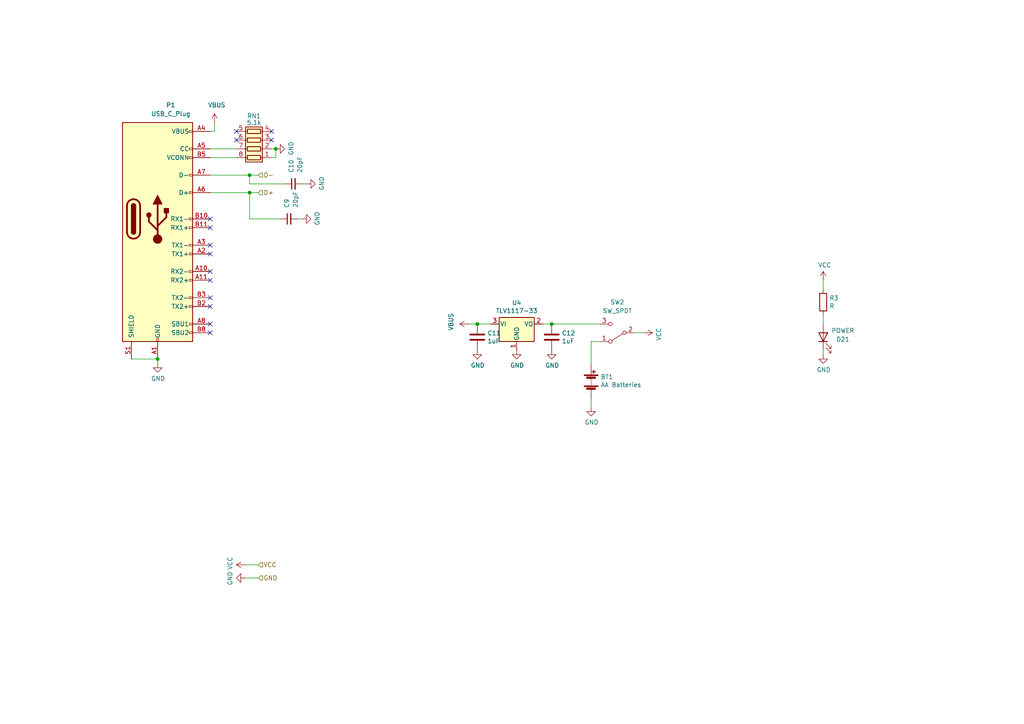
<source format=kicad_sch>
(kicad_sch (version 20210126) (generator eeschema)
  (paper "A4")
  (lib_symbols
    (symbol "Connector:USB_C_Plug" (pin_names (offset 1.016))
      (property "Reference" "P" (at -10.16 29.21 0))
      (property "Value" "USB_C_Plug" (at 10.16 29.21 0))
      (symbol "USB_C_Plug_0_0"
        (rectangle (start -0.254 -35.56) (end 0.254 -34.544))
        (rectangle (start 10.16 -32.766) (end 9.144 -33.274))
        (rectangle (start 10.16 -30.226) (end 9.144 -30.734))
        (rectangle (start 10.16 -25.146) (end 9.144 -25.654))
        (rectangle (start 10.16 -22.606) (end 9.144 -23.114))
        (rectangle (start 10.16 -17.526) (end 9.144 -18.034))
        (rectangle (start 10.16 -14.986) (end 9.144 -15.494))
        (rectangle (start 10.16 -9.906) (end 9.144 -10.414))
        (rectangle (start 10.16 -7.366) (end 9.144 -7.874))
        (rectangle (start 10.16 -2.286) (end 9.144 -2.794))
        (rectangle (start 10.16 0.254) (end 9.144 -0.254))
        (rectangle (start 10.16 7.874) (end 9.144 7.366))
        (rectangle (start 10.16 12.954) (end 9.144 12.446))
        (rectangle (start 10.16 18.034) (end 9.144 17.526))
        (rectangle (start 10.16 20.574) (end 9.144 20.066))
        (rectangle (start 10.16 25.654) (end 9.144 25.146))
      )
      (symbol "USB_C_Plug_0_1"
        (arc (start -7.62 -3.81) (end -6.35 -3.81) (radius (at -6.985 -3.81) (length 0.635) (angles -179.9 -0.1)) (stroke (width 0.254)) (fill (type outline)))
        (arc (start -8.89 -3.81) (end -5.08 -3.81) (radius (at -6.985 -3.81) (length 1.905) (angles -179.9 -0.1)) (stroke (width 0.508)))
        (arc (start -7.62 -3.81) (end -6.35 -3.81) (radius (at -6.985 -3.81) (length 0.635) (angles -179.9 -0.1)) (stroke (width 0.254)))
        (arc (start -5.08 3.81) (end -8.89 3.81) (radius (at -6.985 3.81) (length 1.905) (angles 0.1 179.9)) (stroke (width 0.508)))
        (arc (start -6.35 3.81) (end -7.62 3.81) (radius (at -6.985 3.81) (length 0.635) (angles 0.1 179.9)) (stroke (width 0.254)) (fill (type outline)))
        (arc (start -6.35 3.81) (end -7.62 3.81) (radius (at -6.985 3.81) (length 0.635) (angles 0.1 179.9)) (stroke (width 0.254)))
        (rectangle (start -10.16 27.94) (end 10.16 -35.56) (stroke (width 0.254)) (fill (type background)))
        (rectangle (start -7.62 -3.81) (end -6.35 3.81) (stroke (width 0.254)) (fill (type outline)))
        (polyline (pts (xy -8.89 -3.81) (xy -8.89 3.81)) (stroke (width 0.508)))
        (polyline (pts (xy -5.08 3.81) (xy -5.08 -3.81)) (stroke (width 0.508)))
      )
      (symbol "USB_C_Plug_1_1"
        (circle (center -2.54 1.143) (radius 0.635) (stroke (width 0.254)) (fill (type outline)))
        (circle (center 0 -5.842) (radius 1.27) (fill (type outline)))
        (rectangle (start 1.905 1.778) (end 3.175 3.048) (stroke (width 0.254)) (fill (type outline)))
        (polyline (pts (xy 0 -5.842) (xy 0 4.318)) (stroke (width 0.508)))
        (polyline (pts (xy 0 -3.302) (xy -2.54 -0.762) (xy -2.54 0.508)) (stroke (width 0.508)))
        (polyline (pts (xy 0 -2.032) (xy 2.54 0.508) (xy 2.54 1.778)) (stroke (width 0.508)))
        (polyline (pts (xy -1.27 4.318) (xy 0 6.858) (xy 1.27 4.318) (xy -1.27 4.318)) (stroke (width 0.254)) (fill (type outline)))
        (pin passive line (at 0 -40.64 90) (length 5.08) (name "GND") (number "A1"))
        (pin bidirectional line (at 15.24 -15.24 180) (length 5.08) (name "RX2-") (number "A10"))
        (pin bidirectional line (at 15.24 -17.78 180) (length 5.08) (name "RX2+") (number "A11"))
        (pin passive line (at 0 -40.64 90) (length 5.08) hide (name "GND") (number "A12"))
        (pin bidirectional line (at 15.24 -10.16 180) (length 5.08) (name "TX1+") (number "A2"))
        (pin bidirectional line (at 15.24 -7.62 180) (length 5.08) (name "TX1-") (number "A3"))
        (pin passive line (at 15.24 25.4 180) (length 5.08) (name "VBUS") (number "A4"))
        (pin bidirectional line (at 15.24 20.32 180) (length 5.08) (name "CC") (number "A5"))
        (pin bidirectional line (at 15.24 7.62 180) (length 5.08) (name "D+") (number "A6"))
        (pin bidirectional line (at 15.24 12.7 180) (length 5.08) (name "D-") (number "A7"))
        (pin bidirectional line (at 15.24 -30.48 180) (length 5.08) (name "SBU1") (number "A8"))
        (pin passive line (at 15.24 25.4 180) (length 5.08) hide (name "VBUS") (number "A9"))
        (pin passive line (at 0 -40.64 90) (length 5.08) hide (name "GND") (number "B1"))
        (pin bidirectional line (at 15.24 0 180) (length 5.08) (name "RX1-") (number "B10"))
        (pin bidirectional line (at 15.24 -2.54 180) (length 5.08) (name "RX1+") (number "B11"))
        (pin passive line (at 0 -40.64 90) (length 5.08) hide (name "GND") (number "B12"))
        (pin bidirectional line (at 15.24 -25.4 180) (length 5.08) (name "TX2+") (number "B2"))
        (pin bidirectional line (at 15.24 -22.86 180) (length 5.08) (name "TX2-") (number "B3"))
        (pin passive line (at 15.24 25.4 180) (length 5.08) hide (name "VBUS") (number "B4"))
        (pin bidirectional line (at 15.24 17.78 180) (length 5.08) (name "VCONN") (number "B5"))
        (pin bidirectional line (at 15.24 -33.02 180) (length 5.08) (name "SBU2") (number "B8"))
        (pin passive line (at 15.24 25.4 180) (length 5.08) hide (name "VBUS") (number "B9"))
        (pin passive line (at -7.62 -40.64 90) (length 5.08) (name "SHIELD") (number "S1"))
      )
    )
    (symbol "Device:Battery" (pin_numbers hide) (pin_names (offset 0) hide)
      (property "Reference" "BT" (at 2.54 2.54 0))
      (property "Value" "Battery" (at 2.54 0 0))
      (symbol "Battery_0_1"
        (rectangle (start -2.032 -1.397) (end 2.032 -1.651) (fill (type outline)))
        (rectangle (start -2.032 1.778) (end 2.032 1.524) (fill (type outline)))
        (rectangle (start -1.3208 -1.9812) (end 1.27 -2.4892) (fill (type outline)))
        (rectangle (start -1.3208 1.1938) (end 1.27 0.6858) (fill (type outline)))
        (polyline (pts (xy 0 -1.524) (xy 0 -1.27)))
        (polyline (pts (xy 0 -1.016) (xy 0 -0.762)))
        (polyline (pts (xy 0 -0.508) (xy 0 -0.254)))
        (polyline (pts (xy 0 0) (xy 0 0.254)))
        (polyline (pts (xy 0 0.508) (xy 0 0.762)))
        (polyline (pts (xy 0 1.778) (xy 0 2.54)))
        (polyline (pts (xy 0.254 2.667) (xy 1.27 2.667)) (stroke (width 0.254)))
        (polyline (pts (xy 0.762 3.175) (xy 0.762 2.159)) (stroke (width 0.254)))
      )
      (symbol "Battery_1_1"
        (pin passive line (at 0 5.08 270) (length 2.54) (name "+") (number "1"))
        (pin passive line (at 0 -5.08 90) (length 2.54) (name "-") (number "2"))
      )
    )
    (symbol "Device:C" (pin_numbers hide) (pin_names (offset 0.254))
      (property "Reference" "C" (at 0.635 2.54 0))
      (property "Value" "C" (at 0.635 -2.54 0))
      (symbol "C_0_1"
        (polyline (pts (xy -2.032 -0.762) (xy 2.032 -0.762)) (stroke (width 0.508)))
        (polyline (pts (xy -2.032 0.762) (xy 2.032 0.762)) (stroke (width 0.508)))
      )
      (symbol "C_1_1"
        (pin passive line (at 0 3.81 270) (length 2.794) (name "~") (number "1"))
        (pin passive line (at 0 -3.81 90) (length 2.794) (name "~") (number "2"))
      )
    )
    (symbol "Device:C_Small" (pin_numbers hide) (pin_names (offset 0.254) hide)
      (property "Reference" "C" (at 0.254 1.778 0))
      (property "Value" "C_Small" (at 0.254 -2.032 0))
      (symbol "C_Small_0_1"
        (polyline (pts (xy -1.524 -0.508) (xy 1.524 -0.508)) (stroke (width 0.3302)))
        (polyline (pts (xy -1.524 0.508) (xy 1.524 0.508)) (stroke (width 0.3048)))
      )
      (symbol "C_Small_1_1"
        (pin passive line (at 0 2.54 270) (length 2.032) (name "~") (number "1"))
        (pin passive line (at 0 -2.54 90) (length 2.032) (name "~") (number "2"))
      )
    )
    (symbol "Device:LED" (pin_numbers hide) (pin_names (offset 1.016) hide)
      (property "Reference" "D" (at 0 2.54 0))
      (property "Value" "LED" (at 0 -2.54 0))
      (symbol "LED_0_1"
        (polyline (pts (xy -1.27 -1.27) (xy -1.27 1.27)) (stroke (width 0.254)))
        (polyline (pts (xy -1.27 0) (xy 1.27 0)))
        (polyline (pts (xy 1.27 -1.27) (xy 1.27 1.27) (xy -1.27 0) (xy 1.27 -1.27)) (stroke (width 0.254)))
        (polyline (pts (xy -3.048 -0.762) (xy -4.572 -2.286) (xy -3.81 -2.286) (xy -4.572 -2.286) (xy -4.572 -1.524)))
        (polyline (pts (xy -1.778 -0.762) (xy -3.302 -2.286) (xy -2.54 -2.286) (xy -3.302 -2.286) (xy -3.302 -1.524)))
      )
      (symbol "LED_1_1"
        (pin passive line (at -3.81 0 0) (length 2.54) (name "K") (number "1"))
        (pin passive line (at 3.81 0 180) (length 2.54) (name "A") (number "2"))
      )
    )
    (symbol "Device:R" (pin_numbers hide) (pin_names (offset 0))
      (property "Reference" "R" (at 2.032 0 90))
      (property "Value" "R" (at 0 0 90))
      (symbol "R_0_1"
        (rectangle (start -1.016 -2.54) (end 1.016 2.54) (stroke (width 0.254)))
      )
      (symbol "R_1_1"
        (pin passive line (at 0 3.81 270) (length 1.27) (name "~") (number "1"))
        (pin passive line (at 0 -3.81 90) (length 1.27) (name "~") (number "2"))
      )
    )
    (symbol "Device:R_Pack04" (pin_names (offset 0) hide)
      (property "Reference" "RN" (at -7.62 0 90))
      (property "Value" "R_Pack04" (at 5.08 0 90))
      (symbol "R_Pack04_0_1"
        (rectangle (start -6.35 -2.413) (end 3.81 2.413) (stroke (width 0.254)) (fill (type background)))
        (rectangle (start -5.715 1.905) (end -4.445 -1.905) (stroke (width 0.254)))
        (rectangle (start -3.175 1.905) (end -1.905 -1.905) (stroke (width 0.254)))
        (rectangle (start -0.635 1.905) (end 0.635 -1.905) (stroke (width 0.254)))
        (rectangle (start 1.905 1.905) (end 3.175 -1.905) (stroke (width 0.254)))
        (polyline (pts (xy -5.08 -2.54) (xy -5.08 -1.905)))
        (polyline (pts (xy -5.08 1.905) (xy -5.08 2.54)))
        (polyline (pts (xy -2.54 -2.54) (xy -2.54 -1.905)))
        (polyline (pts (xy -2.54 1.905) (xy -2.54 2.54)))
        (polyline (pts (xy 0 -2.54) (xy 0 -1.905)))
        (polyline (pts (xy 0 1.905) (xy 0 2.54)))
        (polyline (pts (xy 2.54 -2.54) (xy 2.54 -1.905)))
        (polyline (pts (xy 2.54 1.905) (xy 2.54 2.54)))
      )
      (symbol "R_Pack04_1_1"
        (pin passive line (at -5.08 -5.08 90) (length 2.54) (name "R1.1") (number "1"))
        (pin passive line (at -2.54 -5.08 90) (length 2.54) (name "R2.1") (number "2"))
        (pin passive line (at 0 -5.08 90) (length 2.54) (name "R3.1") (number "3"))
        (pin passive line (at 2.54 -5.08 90) (length 2.54) (name "R4.1") (number "4"))
        (pin passive line (at 2.54 5.08 270) (length 2.54) (name "R4.2") (number "5"))
        (pin passive line (at 0 5.08 270) (length 2.54) (name "R3.2") (number "6"))
        (pin passive line (at -2.54 5.08 270) (length 2.54) (name "R2.2") (number "7"))
        (pin passive line (at -5.08 5.08 270) (length 2.54) (name "R1.2") (number "8"))
      )
    )
    (symbol "Regulator_Linear:TLV1117-33" (pin_names (offset 0.254))
      (property "Reference" "U" (at -3.81 3.175 0))
      (property "Value" "TLV1117-33" (at 0 3.175 0))
      (symbol "TLV1117-33_0_1"
        (rectangle (start -5.08 -5.08) (end 5.08 1.905) (stroke (width 0.254)) (fill (type background)))
      )
      (symbol "TLV1117-33_1_1"
        (pin power_in line (at 0 -7.62 90) (length 2.54) (name "GND") (number "1"))
        (pin power_out line (at 7.62 0 180) (length 2.54) (name "VO") (number "2"))
        (pin power_in line (at -7.62 0 0) (length 2.54) (name "VI") (number "3"))
      )
    )
    (symbol "Switch:SW_SPDT" (pin_names (offset 0) hide)
      (property "Reference" "SW" (at 0 4.318 0))
      (property "Value" "SW_SPDT" (at 0 -5.08 0))
      (symbol "SW_SPDT_0_0"
        (circle (center -2.032 0) (radius 0.508))
        (circle (center 2.032 -2.54) (radius 0.508))
      )
      (symbol "SW_SPDT_0_1"
        (circle (center 2.032 2.54) (radius 0.508))
        (polyline (pts (xy -1.524 0.254) (xy 1.651 2.286)))
      )
      (symbol "SW_SPDT_1_1"
        (pin passive line (at 5.08 2.54 180) (length 2.54) (name "A") (number "1"))
        (pin passive line (at -5.08 0 0) (length 2.54) (name "B") (number "2"))
        (pin passive line (at 5.08 -2.54 180) (length 2.54) (name "C") (number "3"))
      )
    )
    (symbol "power:GND" (power) (pin_names (offset 0))
      (property "Value" "GND" (at 0 -3.81 0))
      (symbol "GND_0_1"
        (polyline (pts (xy 0 0) (xy 0 -1.27) (xy 1.27 -1.27) (xy 0 -2.54) (xy -1.27 -1.27) (xy 0 -1.27)))
      )
      (symbol "GND_1_1"
        (pin power_in line (at 0 0 270) (length 0) hide (name "GND") (number "1"))
      )
    )
    (symbol "power:VBUS" (power) (pin_names (offset 0))
      (property "Value" "VBUS" (at 0 3.81 0))
      (symbol "VBUS_0_1"
        (polyline (pts (xy -0.762 1.27) (xy 0 2.54)))
        (polyline (pts (xy 0 0) (xy 0 2.54)))
        (polyline (pts (xy 0 2.54) (xy 0.762 1.27)))
      )
      (symbol "VBUS_1_1"
        (pin power_in line (at 0 0 90) (length 0) hide (name "VBUS") (number "1"))
      )
    )
    (symbol "power:VCC" (power) (pin_names (offset 0))
      (property "Value" "VCC" (at 0 3.81 0))
      (symbol "VCC_0_1"
        (polyline (pts (xy -0.762 1.27) (xy 0 2.54)))
        (polyline (pts (xy 0 0) (xy 0 2.54)))
        (polyline (pts (xy 0 2.54) (xy 0.762 1.27)))
      )
      (symbol "VCC_1_1"
        (pin power_in line (at 0 0 90) (length 0) hide (name "VCC") (number "1"))
      )
    )
  )
  (junction (at 45.72 104.14) (diameter 0.9144))
  (junction (at 72.39 50.8) (diameter 0.9144))
  (junction (at 72.39 55.88) (diameter 0.9144))
  (junction (at 80.01 43.18) (diameter 0.9144))
  (junction (at 138.43 93.98) (diameter 0.9144))
  (junction (at 160.02 93.98) (diameter 0.9144))
  (no_connect (at 60.96 63.5))
  (no_connect (at 60.96 66.04))
  (no_connect (at 60.96 71.12))
  (no_connect (at 60.96 73.66))
  (no_connect (at 60.96 78.74))
  (no_connect (at 60.96 81.28))
  (no_connect (at 60.96 86.36))
  (no_connect (at 60.96 88.9))
  (no_connect (at 60.96 93.98))
  (no_connect (at 60.96 96.52))
  (no_connect (at 68.58 38.1))
  (no_connect (at 68.58 40.64))
  (no_connect (at 78.74 38.1))
  (no_connect (at 78.74 40.64))
  (wire (pts (xy 38.1 104.14) (xy 45.72 104.14)))
  (wire (pts (xy 45.72 104.14) (xy 45.72 105.41)))
  (wire (pts (xy 60.96 43.18) (xy 68.58 43.18)))
  (wire (pts (xy 60.96 45.72) (xy 68.58 45.72)))
  (wire (pts (xy 60.96 50.8) (xy 72.39 50.8)))
  (wire (pts (xy 60.96 55.88) (xy 72.39 55.88)))
  (wire (pts (xy 62.23 35.56) (xy 62.23 38.1)))
  (wire (pts (xy 62.23 38.1) (xy 60.96 38.1)))
  (wire (pts (xy 71.12 163.83) (xy 74.93 163.83)))
  (wire (pts (xy 71.12 167.64) (xy 74.93 167.64)))
  (wire (pts (xy 72.39 50.8) (xy 74.93 50.8)))
  (wire (pts (xy 72.39 53.34) (xy 72.39 50.8)))
  (wire (pts (xy 72.39 55.88) (xy 74.93 55.88)))
  (wire (pts (xy 72.39 63.5) (xy 72.39 55.88)))
  (wire (pts (xy 78.74 43.18) (xy 80.01 43.18)))
  (wire (pts (xy 78.74 45.72) (xy 80.01 45.72)))
  (wire (pts (xy 80.01 43.18) (xy 80.01 45.72)))
  (wire (pts (xy 81.28 63.5) (xy 72.39 63.5)))
  (wire (pts (xy 82.55 53.34) (xy 72.39 53.34)))
  (wire (pts (xy 86.36 63.5) (xy 87.63 63.5)))
  (wire (pts (xy 87.63 53.34) (xy 88.9 53.34)))
  (wire (pts (xy 135.89 93.98) (xy 138.43 93.98)))
  (wire (pts (xy 142.24 93.98) (xy 138.43 93.98)))
  (wire (pts (xy 157.48 93.98) (xy 160.02 93.98)))
  (wire (pts (xy 160.02 93.98) (xy 173.99 93.98)))
  (wire (pts (xy 171.45 99.06) (xy 173.99 99.06)))
  (wire (pts (xy 171.45 105.41) (xy 171.45 99.06)))
  (wire (pts (xy 171.45 118.11) (xy 171.45 115.57)))
  (wire (pts (xy 184.15 96.52) (xy 186.69 96.52)))
  (wire (pts (xy 238.76 81.28) (xy 238.76 83.82)))
  (wire (pts (xy 238.76 91.44) (xy 238.76 93.98)))
  (wire (pts (xy 238.76 101.6) (xy 238.76 102.87)))
  (hierarchical_label "D-" (shape input) (at 74.93 50.8 0))
  (hierarchical_label "D+" (shape input) (at 74.93 55.88 0))
  (hierarchical_label "VCC" (shape input) (at 74.93 163.83 0))
  (hierarchical_label "GND" (shape input) (at 74.93 167.64 0))
  (symbol (lib_id "power:VBUS") (at 62.23 35.56 0) (unit 1)
    (property "Reference" "#PWR021" (effects hide))
    (property "Value" "VBUS" (at 62.865 30.48 0))
  )
  (symbol (lib_id "power:VCC") (at 71.12 163.83 90) (unit 1)
    (property "Reference" "#PWR024" (effects hide))
    (property "Value" "VCC" (at 66.7258 163.3982 0))
  )
  (symbol (lib_id "power:VBUS") (at 135.89 93.98 90) (unit 1)
    (property "Reference" "#PWR028" (effects hide))
    (property "Value" "VBUS" (at 130.81 93.345 0))
  )
  (symbol (lib_id "power:VCC") (at 186.69 96.52 270) (unit 1)
    (property "Reference" "#PWR033" (effects hide))
    (property "Value" "VCC" (at 191.0842 96.9518 0))
  )
  (symbol (lib_id "power:VCC") (at 238.76 81.28 0) (unit 1)
    (property "Reference" "#PWR034" (effects hide))
    (property "Value" "VCC" (at 239.1918 76.8858 0))
  )
  (symbol (lib_id "power:GND") (at 45.72 105.41 0) (unit 1)
    (property "Reference" "#PWR06" (effects hide))
    (property "Value" "GND" (at 45.847 109.8042 0))
  )
  (symbol (lib_id "power:GND") (at 71.12 167.64 270) (unit 1)
    (property "Reference" "#PWR025" (effects hide))
    (property "Value" "GND" (at 66.7258 167.767 0))
  )
  (symbol (lib_id "power:GND") (at 80.01 43.18 90) (unit 1)
    (property "Reference" "#PWR022" (effects hide))
    (property "Value" "GND" (at 84.4042 43.053 0))
  )
  (symbol (lib_id "power:GND") (at 87.63 63.5 90) (unit 1)
    (property "Reference" "#PWR023" (effects hide))
    (property "Value" "GND" (at 92.0242 63.373 0))
  )
  (symbol (lib_id "power:GND") (at 88.9 53.34 90) (unit 1)
    (property "Reference" "#PWR026" (effects hide))
    (property "Value" "GND" (at 93.2942 53.213 0))
  )
  (symbol (lib_id "power:GND") (at 138.43 101.6 0) (unit 1)
    (property "Reference" "#PWR029" (effects hide))
    (property "Value" "GND" (at 138.557 105.9942 0))
  )
  (symbol (lib_id "power:GND") (at 149.86 101.6 0) (unit 1)
    (property "Reference" "#PWR030" (effects hide))
    (property "Value" "GND" (at 149.987 105.9942 0))
  )
  (symbol (lib_id "power:GND") (at 160.02 101.6 0) (unit 1)
    (property "Reference" "#PWR031" (effects hide))
    (property "Value" "GND" (at 160.147 105.9942 0))
  )
  (symbol (lib_id "power:GND") (at 171.45 118.11 0) (unit 1)
    (property "Reference" "#PWR032" (effects hide))
    (property "Value" "GND" (at 171.577 122.5042 0))
  )
  (symbol (lib_id "power:GND") (at 238.76 102.87 0) (unit 1)
    (property "Reference" "#PWR035" (effects hide))
    (property "Value" "GND" (at 238.887 107.2642 0))
  )
  (symbol (lib_id "Device:R") (at 238.76 87.63 0) (unit 1)
    (property "Reference" "R3" (at 240.538 86.4616 0) (effects (justify left)))
    (property "Value" "R" (at 240.538 88.773 0) (effects (justify left)))
    (property "Footprint" "Resistor_SMD:R_0805_2012Metric" (effects hide))
  )
  (symbol (lib_id "Device:C_Small") (at 83.82 63.5 90) (unit 1)
    (property "Reference" "C9" (at 83.185 60.325 0) (effects (justify left)))
    (property "Value" "20pF" (at 85.725 60.325 0) (effects (justify left)))
    (property "Footprint" "Capacitor_SMD:C_0805_2012Metric" (effects hide))
  )
  (symbol (lib_id "Device:C_Small") (at 85.09 53.34 90) (unit 1)
    (property "Reference" "C10" (at 84.455 50.165 0) (effects (justify left)))
    (property "Value" "20pF" (at 86.995 50.165 0) (effects (justify left)))
    (property "Footprint" "Capacitor_SMD:C_0805_2012Metric" (effects hide))
  )
  (symbol (lib_id "Device:LED") (at 238.76 97.79 90) (unit 1)
    (property "Reference" "D21" (at 244.475 98.425 90))
    (property "Value" "POWER" (at 244.475 95.885 90))
    (property "Footprint" "LED_SMD:LED_1206_3216Metric_Pad1.42x1.75mm_HandSolder" (effects hide))
  )
  (symbol (lib_id "Device:C") (at 138.43 97.79 0) (unit 1)
    (property "Reference" "C11" (at 141.351 96.6216 0) (effects (justify left)))
    (property "Value" "1uF" (at 141.351 98.933 0) (effects (justify left)))
    (property "Footprint" "Capacitor_SMD:C_0805_2012Metric" (effects hide))
  )
  (symbol (lib_id "Device:C") (at 160.02 97.79 0) (unit 1)
    (property "Reference" "C12" (at 162.941 96.6216 0) (effects (justify left)))
    (property "Value" "1uF" (at 162.941 98.933 0) (effects (justify left)))
    (property "Footprint" "Capacitor_SMD:C_0805_2012Metric" (effects hide))
  )
  (symbol (lib_id "Device:Battery") (at 171.45 110.49 0) (unit 1)
    (property "Reference" "BT1" (at 174.1932 109.3216 0) (effects (justify left)))
    (property "Value" "AA Batteries" (at 174.193 111.633 0) (effects (justify left)))
    (property "Footprint" "Connector_PinHeader_2.54mm:PinHeader_1x02_P2.54mm_Vertical" (effects hide))
  )
  (symbol (lib_id "Switch:SW_SPDT") (at 179.07 96.52 180) (unit 1)
    (property "Reference" "SW2" (at 179.07 87.63 0))
    (property "Value" "SW_SPDT" (at 179.07 90.17 0))
    (property "Footprint" "BadgePirates:SW_SPDT_PCM12" (effects hide))
  )
  (symbol (lib_id "Device:R_Pack04") (at 73.66 40.64 90) (unit 1)
    (property "Reference" "RN1" (at 73.66 33.655 90))
    (property "Value" "5.1k" (at 73.66 35.56 90))
    (property "Footprint" "Resistor_SMD:R_Array_Convex_4x0603" (effects hide))
  )
  (symbol (lib_id "Regulator_Linear:TLV1117-33") (at 149.86 93.98 0) (unit 1)
    (property "Reference" "U4" (at 149.86 87.8332 0))
    (property "Value" "TLV1117-33" (at 149.86 90.1446 0))
    (property "Footprint" "Package_TO_SOT_SMD:SOT-223-3_TabPin2" (effects hide))
    (property "Datasheet" "http://www.ti.com/lit/ds/symlink/tlv1117.pdf" (effects hide))
  )
  (symbol (lib_id "Connector:USB_C_Plug") (at 45.72 63.5 0) (unit 1)
    (property "Reference" "P1" (at 49.53 30.48 0))
    (property "Value" "USB_C_Plug" (at 49.53 33.02 0))
    (property "Footprint" "BadgePirates:USB_C_Receptical-Jing" (effects hide))
    (property "Datasheet" "https://www.usb.org/sites/default/files/documents/usb_type-c.zip" (effects hide))
  )
)
</source>
